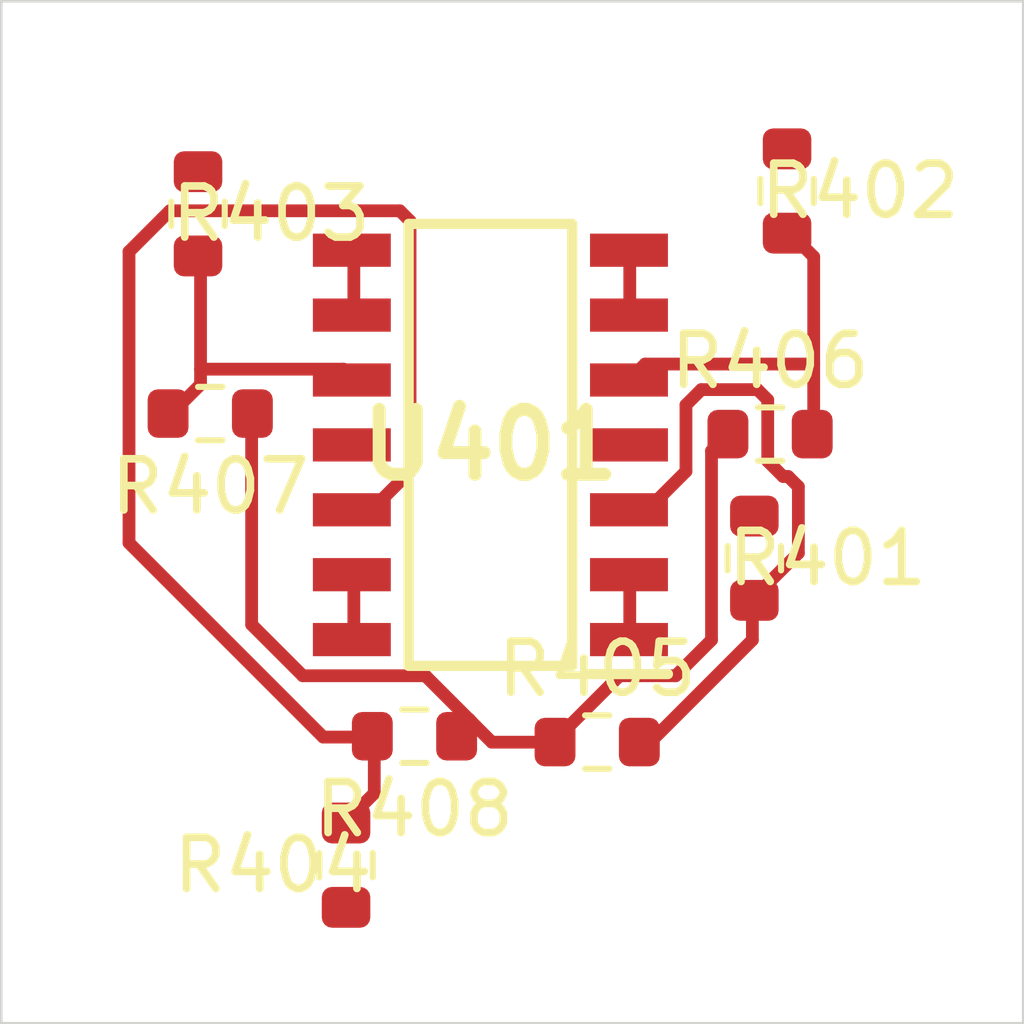
<source format=kicad_pcb>
 ( kicad_pcb  ( version 20171130 )
 ( host pcbnew 5.1.12-84ad8e8a86~92~ubuntu18.04.1 )
 ( general  ( thickness 1.6 )
 ( drawings 4 )
 ( tracks 0 )
 ( zones 0 )
 ( modules 9 )
 ( nets 14 )
)
 ( page A4 )
 ( layers  ( 0 F.Cu signal )
 ( 31 B.Cu signal )
 ( 32 B.Adhes user )
 ( 33 F.Adhes user )
 ( 34 B.Paste user )
 ( 35 F.Paste user )
 ( 36 B.SilkS user )
 ( 37 F.SilkS user )
 ( 38 B.Mask user )
 ( 39 F.Mask user )
 ( 40 Dwgs.User user )
 ( 41 Cmts.User user )
 ( 42 Eco1.User user )
 ( 43 Eco2.User user )
 ( 44 Edge.Cuts user )
 ( 45 Margin user )
 ( 46 B.CrtYd user )
 ( 47 F.CrtYd user )
 ( 48 B.Fab user )
 ( 49 F.Fab user )
)
 ( setup  ( last_trace_width 0.25 )
 ( trace_clearance 0.2 )
 ( zone_clearance 0.508 )
 ( zone_45_only no )
 ( trace_min 0.2 )
 ( via_size 0.8 )
 ( via_drill 0.4 )
 ( via_min_size 0.4 )
 ( via_min_drill 0.3 )
 ( uvia_size 0.3 )
 ( uvia_drill 0.1 )
 ( uvias_allowed no )
 ( uvia_min_size 0.2 )
 ( uvia_min_drill 0.1 )
 ( edge_width 0.05 )
 ( segment_width 0.2 )
 ( pcb_text_width 0.3 )
 ( pcb_text_size 1.5 1.5 )
 ( mod_edge_width 0.12 )
 ( mod_text_size 1 1 )
 ( mod_text_width 0.15 )
 ( pad_size 1.524 1.524 )
 ( pad_drill 0.762 )
 ( pad_to_mask_clearance 0 )
 ( aux_axis_origin 0 0 )
 ( visible_elements FFFFFF7F )
 ( pcbplotparams  ( layerselection 0x010fc_ffffffff )
 ( usegerberextensions false )
 ( usegerberattributes true )
 ( usegerberadvancedattributes true )
 ( creategerberjobfile true )
 ( excludeedgelayer true )
 ( linewidth 0.100000 )
 ( plotframeref false )
 ( viasonmask false )
 ( mode 1 )
 ( useauxorigin false )
 ( hpglpennumber 1 )
 ( hpglpenspeed 20 )
 ( hpglpendiameter 15.000000 )
 ( psnegative false )
 ( psa4output false )
 ( plotreference true )
 ( plotvalue true )
 ( plotinvisibletext false )
 ( padsonsilk false )
 ( subtractmaskfromsilk false )
 ( outputformat 1 )
 ( mirror false )
 ( drillshape 1 )
 ( scaleselection 1 )
 ( outputdirectory "" )
)
)
 ( net 0 "" )
 ( net 1 /Sheet6235D886/vp )
 ( net 2 /Sheet6248AD22/chn0 )
 ( net 3 /Sheet6248AD22/chn1 )
 ( net 4 /Sheet6248AD22/chn2 )
 ( net 5 /Sheet6248AD22/chn3 )
 ( net 6 "Net-(R401-Pad2)" )
 ( net 7 "Net-(R402-Pad2)" )
 ( net 8 "Net-(R403-Pad2)" )
 ( net 9 "Net-(R404-Pad2)" )
 ( net 10 /Sheet6248AD22/chn0_n )
 ( net 11 /Sheet6248AD22/chn1_n )
 ( net 12 /Sheet6248AD22/chn2_n )
 ( net 13 /Sheet6248AD22/chn3_n )
 ( net_class Default "This is the default net class."  ( clearance 0.2 )
 ( trace_width 0.25 )
 ( via_dia 0.8 )
 ( via_drill 0.4 )
 ( uvia_dia 0.3 )
 ( uvia_drill 0.1 )
 ( add_net /Sheet6235D886/vp )
 ( add_net /Sheet6248AD22/chn0 )
 ( add_net /Sheet6248AD22/chn0_n )
 ( add_net /Sheet6248AD22/chn1 )
 ( add_net /Sheet6248AD22/chn1_n )
 ( add_net /Sheet6248AD22/chn2 )
 ( add_net /Sheet6248AD22/chn2_n )
 ( add_net /Sheet6248AD22/chn3 )
 ( add_net /Sheet6248AD22/chn3_n )
 ( add_net "Net-(R401-Pad2)" )
 ( add_net "Net-(R402-Pad2)" )
 ( add_net "Net-(R403-Pad2)" )
 ( add_net "Net-(R404-Pad2)" )
)
 ( module Resistor_SMD:R_0603_1608Metric  ( layer F.Cu )
 ( tedit 5F68FEEE )
 ( tstamp 623425C8 )
 ( at 94.738324 110.899853 270.000000 )
 ( descr "Resistor SMD 0603 (1608 Metric), square (rectangular) end terminal, IPC_7351 nominal, (Body size source: IPC-SM-782 page 72, https://www.pcb-3d.com/wordpress/wp-content/uploads/ipc-sm-782a_amendment_1_and_2.pdf), generated with kicad-footprint-generator" )
 ( tags resistor )
 ( path /6248AD23/6249ADFD )
 ( attr smd )
 ( fp_text reference R401  ( at 0 -1.43 )
 ( layer F.SilkS )
 ( effects  ( font  ( size 1 1 )
 ( thickness 0.15 )
)
)
)
 ( fp_text value 10M  ( at 0 1.43 )
 ( layer F.Fab )
 ( effects  ( font  ( size 1 1 )
 ( thickness 0.15 )
)
)
)
 ( fp_line  ( start -0.8 0.4125 )
 ( end -0.8 -0.4125 )
 ( layer F.Fab )
 ( width 0.1 )
)
 ( fp_line  ( start -0.8 -0.4125 )
 ( end 0.8 -0.4125 )
 ( layer F.Fab )
 ( width 0.1 )
)
 ( fp_line  ( start 0.8 -0.4125 )
 ( end 0.8 0.4125 )
 ( layer F.Fab )
 ( width 0.1 )
)
 ( fp_line  ( start 0.8 0.4125 )
 ( end -0.8 0.4125 )
 ( layer F.Fab )
 ( width 0.1 )
)
 ( fp_line  ( start -0.237258 -0.5225 )
 ( end 0.237258 -0.5225 )
 ( layer F.SilkS )
 ( width 0.12 )
)
 ( fp_line  ( start -0.237258 0.5225 )
 ( end 0.237258 0.5225 )
 ( layer F.SilkS )
 ( width 0.12 )
)
 ( fp_line  ( start -1.48 0.73 )
 ( end -1.48 -0.73 )
 ( layer F.CrtYd )
 ( width 0.05 )
)
 ( fp_line  ( start -1.48 -0.73 )
 ( end 1.48 -0.73 )
 ( layer F.CrtYd )
 ( width 0.05 )
)
 ( fp_line  ( start 1.48 -0.73 )
 ( end 1.48 0.73 )
 ( layer F.CrtYd )
 ( width 0.05 )
)
 ( fp_line  ( start 1.48 0.73 )
 ( end -1.48 0.73 )
 ( layer F.CrtYd )
 ( width 0.05 )
)
 ( fp_text user %R  ( at 0 0 )
 ( layer F.Fab )
 ( effects  ( font  ( size 0.4 0.4 )
 ( thickness 0.06 )
)
)
)
 ( pad 2 smd roundrect  ( at 0.825 0 270.000000 )
 ( size 0.8 0.95 )
 ( layers F.Cu F.Mask F.Paste )
 ( roundrect_rratio 0.25 )
 ( net 6 "Net-(R401-Pad2)" )
)
 ( pad 1 smd roundrect  ( at -0.825 0 270.000000 )
 ( size 0.8 0.95 )
 ( layers F.Cu F.Mask F.Paste )
 ( roundrect_rratio 0.25 )
 ( net 10 /Sheet6248AD22/chn0_n )
)
 ( model ${KISYS3DMOD}/Resistor_SMD.3dshapes/R_0603_1608Metric.wrl  ( at  ( xyz 0 0 0 )
)
 ( scale  ( xyz 1 1 1 )
)
 ( rotate  ( xyz 0 0 0 )
)
)
)
 ( module Resistor_SMD:R_0603_1608Metric  ( layer F.Cu )
 ( tedit 5F68FEEE )
 ( tstamp 623425D9 )
 ( at 95.378464 103.713078 270.000000 )
 ( descr "Resistor SMD 0603 (1608 Metric), square (rectangular) end terminal, IPC_7351 nominal, (Body size source: IPC-SM-782 page 72, https://www.pcb-3d.com/wordpress/wp-content/uploads/ipc-sm-782a_amendment_1_and_2.pdf), generated with kicad-footprint-generator" )
 ( tags resistor )
 ( path /6248AD23/6249B75E )
 ( attr smd )
 ( fp_text reference R402  ( at 0 -1.43 )
 ( layer F.SilkS )
 ( effects  ( font  ( size 1 1 )
 ( thickness 0.15 )
)
)
)
 ( fp_text value 10M  ( at 0 1.43 )
 ( layer F.Fab )
 ( effects  ( font  ( size 1 1 )
 ( thickness 0.15 )
)
)
)
 ( fp_line  ( start 1.48 0.73 )
 ( end -1.48 0.73 )
 ( layer F.CrtYd )
 ( width 0.05 )
)
 ( fp_line  ( start 1.48 -0.73 )
 ( end 1.48 0.73 )
 ( layer F.CrtYd )
 ( width 0.05 )
)
 ( fp_line  ( start -1.48 -0.73 )
 ( end 1.48 -0.73 )
 ( layer F.CrtYd )
 ( width 0.05 )
)
 ( fp_line  ( start -1.48 0.73 )
 ( end -1.48 -0.73 )
 ( layer F.CrtYd )
 ( width 0.05 )
)
 ( fp_line  ( start -0.237258 0.5225 )
 ( end 0.237258 0.5225 )
 ( layer F.SilkS )
 ( width 0.12 )
)
 ( fp_line  ( start -0.237258 -0.5225 )
 ( end 0.237258 -0.5225 )
 ( layer F.SilkS )
 ( width 0.12 )
)
 ( fp_line  ( start 0.8 0.4125 )
 ( end -0.8 0.4125 )
 ( layer F.Fab )
 ( width 0.1 )
)
 ( fp_line  ( start 0.8 -0.4125 )
 ( end 0.8 0.4125 )
 ( layer F.Fab )
 ( width 0.1 )
)
 ( fp_line  ( start -0.8 -0.4125 )
 ( end 0.8 -0.4125 )
 ( layer F.Fab )
 ( width 0.1 )
)
 ( fp_line  ( start -0.8 0.4125 )
 ( end -0.8 -0.4125 )
 ( layer F.Fab )
 ( width 0.1 )
)
 ( fp_text user %R  ( at 0 0 )
 ( layer F.Fab )
 ( effects  ( font  ( size 0.4 0.4 )
 ( thickness 0.06 )
)
)
)
 ( pad 1 smd roundrect  ( at -0.825 0 270.000000 )
 ( size 0.8 0.95 )
 ( layers F.Cu F.Mask F.Paste )
 ( roundrect_rratio 0.25 )
 ( net 11 /Sheet6248AD22/chn1_n )
)
 ( pad 2 smd roundrect  ( at 0.825 0 270.000000 )
 ( size 0.8 0.95 )
 ( layers F.Cu F.Mask F.Paste )
 ( roundrect_rratio 0.25 )
 ( net 7 "Net-(R402-Pad2)" )
)
 ( model ${KISYS3DMOD}/Resistor_SMD.3dshapes/R_0603_1608Metric.wrl  ( at  ( xyz 0 0 0 )
)
 ( scale  ( xyz 1 1 1 )
)
 ( rotate  ( xyz 0 0 0 )
)
)
)
 ( module Resistor_SMD:R_0603_1608Metric  ( layer F.Cu )
 ( tedit 5F68FEEE )
 ( tstamp 623425EA )
 ( at 83.850791 104.159648 270.000000 )
 ( descr "Resistor SMD 0603 (1608 Metric), square (rectangular) end terminal, IPC_7351 nominal, (Body size source: IPC-SM-782 page 72, https://www.pcb-3d.com/wordpress/wp-content/uploads/ipc-sm-782a_amendment_1_and_2.pdf), generated with kicad-footprint-generator" )
 ( tags resistor )
 ( path /6248AD23/6249FB7A )
 ( attr smd )
 ( fp_text reference R403  ( at 0 -1.43 )
 ( layer F.SilkS )
 ( effects  ( font  ( size 1 1 )
 ( thickness 0.15 )
)
)
)
 ( fp_text value 10M  ( at 0 1.43 )
 ( layer F.Fab )
 ( effects  ( font  ( size 1 1 )
 ( thickness 0.15 )
)
)
)
 ( fp_line  ( start 1.48 0.73 )
 ( end -1.48 0.73 )
 ( layer F.CrtYd )
 ( width 0.05 )
)
 ( fp_line  ( start 1.48 -0.73 )
 ( end 1.48 0.73 )
 ( layer F.CrtYd )
 ( width 0.05 )
)
 ( fp_line  ( start -1.48 -0.73 )
 ( end 1.48 -0.73 )
 ( layer F.CrtYd )
 ( width 0.05 )
)
 ( fp_line  ( start -1.48 0.73 )
 ( end -1.48 -0.73 )
 ( layer F.CrtYd )
 ( width 0.05 )
)
 ( fp_line  ( start -0.237258 0.5225 )
 ( end 0.237258 0.5225 )
 ( layer F.SilkS )
 ( width 0.12 )
)
 ( fp_line  ( start -0.237258 -0.5225 )
 ( end 0.237258 -0.5225 )
 ( layer F.SilkS )
 ( width 0.12 )
)
 ( fp_line  ( start 0.8 0.4125 )
 ( end -0.8 0.4125 )
 ( layer F.Fab )
 ( width 0.1 )
)
 ( fp_line  ( start 0.8 -0.4125 )
 ( end 0.8 0.4125 )
 ( layer F.Fab )
 ( width 0.1 )
)
 ( fp_line  ( start -0.8 -0.4125 )
 ( end 0.8 -0.4125 )
 ( layer F.Fab )
 ( width 0.1 )
)
 ( fp_line  ( start -0.8 0.4125 )
 ( end -0.8 -0.4125 )
 ( layer F.Fab )
 ( width 0.1 )
)
 ( fp_text user %R  ( at 0 0 )
 ( layer F.Fab )
 ( effects  ( font  ( size 0.4 0.4 )
 ( thickness 0.06 )
)
)
)
 ( pad 1 smd roundrect  ( at -0.825 0 270.000000 )
 ( size 0.8 0.95 )
 ( layers F.Cu F.Mask F.Paste )
 ( roundrect_rratio 0.25 )
 ( net 12 /Sheet6248AD22/chn2_n )
)
 ( pad 2 smd roundrect  ( at 0.825 0 270.000000 )
 ( size 0.8 0.95 )
 ( layers F.Cu F.Mask F.Paste )
 ( roundrect_rratio 0.25 )
 ( net 8 "Net-(R403-Pad2)" )
)
 ( model ${KISYS3DMOD}/Resistor_SMD.3dshapes/R_0603_1608Metric.wrl  ( at  ( xyz 0 0 0 )
)
 ( scale  ( xyz 1 1 1 )
)
 ( rotate  ( xyz 0 0 0 )
)
)
)
 ( module Resistor_SMD:R_0603_1608Metric  ( layer F.Cu )
 ( tedit 5F68FEEE )
 ( tstamp 623425FB )
 ( at 86.747691 116.907215 90.000000 )
 ( descr "Resistor SMD 0603 (1608 Metric), square (rectangular) end terminal, IPC_7351 nominal, (Body size source: IPC-SM-782 page 72, https://www.pcb-3d.com/wordpress/wp-content/uploads/ipc-sm-782a_amendment_1_and_2.pdf), generated with kicad-footprint-generator" )
 ( tags resistor )
 ( path /6248AD23/6249FB74 )
 ( attr smd )
 ( fp_text reference R404  ( at 0 -1.43 )
 ( layer F.SilkS )
 ( effects  ( font  ( size 1 1 )
 ( thickness 0.15 )
)
)
)
 ( fp_text value 10M  ( at 0 1.43 )
 ( layer F.Fab )
 ( effects  ( font  ( size 1 1 )
 ( thickness 0.15 )
)
)
)
 ( fp_line  ( start -0.8 0.4125 )
 ( end -0.8 -0.4125 )
 ( layer F.Fab )
 ( width 0.1 )
)
 ( fp_line  ( start -0.8 -0.4125 )
 ( end 0.8 -0.4125 )
 ( layer F.Fab )
 ( width 0.1 )
)
 ( fp_line  ( start 0.8 -0.4125 )
 ( end 0.8 0.4125 )
 ( layer F.Fab )
 ( width 0.1 )
)
 ( fp_line  ( start 0.8 0.4125 )
 ( end -0.8 0.4125 )
 ( layer F.Fab )
 ( width 0.1 )
)
 ( fp_line  ( start -0.237258 -0.5225 )
 ( end 0.237258 -0.5225 )
 ( layer F.SilkS )
 ( width 0.12 )
)
 ( fp_line  ( start -0.237258 0.5225 )
 ( end 0.237258 0.5225 )
 ( layer F.SilkS )
 ( width 0.12 )
)
 ( fp_line  ( start -1.48 0.73 )
 ( end -1.48 -0.73 )
 ( layer F.CrtYd )
 ( width 0.05 )
)
 ( fp_line  ( start -1.48 -0.73 )
 ( end 1.48 -0.73 )
 ( layer F.CrtYd )
 ( width 0.05 )
)
 ( fp_line  ( start 1.48 -0.73 )
 ( end 1.48 0.73 )
 ( layer F.CrtYd )
 ( width 0.05 )
)
 ( fp_line  ( start 1.48 0.73 )
 ( end -1.48 0.73 )
 ( layer F.CrtYd )
 ( width 0.05 )
)
 ( fp_text user %R  ( at 0 0 )
 ( layer F.Fab )
 ( effects  ( font  ( size 0.4 0.4 )
 ( thickness 0.06 )
)
)
)
 ( pad 2 smd roundrect  ( at 0.825 0 90.000000 )
 ( size 0.8 0.95 )
 ( layers F.Cu F.Mask F.Paste )
 ( roundrect_rratio 0.25 )
 ( net 9 "Net-(R404-Pad2)" )
)
 ( pad 1 smd roundrect  ( at -0.825 0 90.000000 )
 ( size 0.8 0.95 )
 ( layers F.Cu F.Mask F.Paste )
 ( roundrect_rratio 0.25 )
 ( net 13 /Sheet6248AD22/chn3_n )
)
 ( model ${KISYS3DMOD}/Resistor_SMD.3dshapes/R_0603_1608Metric.wrl  ( at  ( xyz 0 0 0 )
)
 ( scale  ( xyz 1 1 1 )
)
 ( rotate  ( xyz 0 0 0 )
)
)
)
 ( module Resistor_SMD:R_0603_1608Metric  ( layer F.Cu )
 ( tedit 5F68FEEE )
 ( tstamp 6234260C )
 ( at 91.662535 114.498049 )
 ( descr "Resistor SMD 0603 (1608 Metric), square (rectangular) end terminal, IPC_7351 nominal, (Body size source: IPC-SM-782 page 72, https://www.pcb-3d.com/wordpress/wp-content/uploads/ipc-sm-782a_amendment_1_and_2.pdf), generated with kicad-footprint-generator" )
 ( tags resistor )
 ( path /6248AD23/62497F62 )
 ( attr smd )
 ( fp_text reference R405  ( at 0 -1.43 )
 ( layer F.SilkS )
 ( effects  ( font  ( size 1 1 )
 ( thickness 0.15 )
)
)
)
 ( fp_text value 750k  ( at 0 1.43 )
 ( layer F.Fab )
 ( effects  ( font  ( size 1 1 )
 ( thickness 0.15 )
)
)
)
 ( fp_line  ( start -0.8 0.4125 )
 ( end -0.8 -0.4125 )
 ( layer F.Fab )
 ( width 0.1 )
)
 ( fp_line  ( start -0.8 -0.4125 )
 ( end 0.8 -0.4125 )
 ( layer F.Fab )
 ( width 0.1 )
)
 ( fp_line  ( start 0.8 -0.4125 )
 ( end 0.8 0.4125 )
 ( layer F.Fab )
 ( width 0.1 )
)
 ( fp_line  ( start 0.8 0.4125 )
 ( end -0.8 0.4125 )
 ( layer F.Fab )
 ( width 0.1 )
)
 ( fp_line  ( start -0.237258 -0.5225 )
 ( end 0.237258 -0.5225 )
 ( layer F.SilkS )
 ( width 0.12 )
)
 ( fp_line  ( start -0.237258 0.5225 )
 ( end 0.237258 0.5225 )
 ( layer F.SilkS )
 ( width 0.12 )
)
 ( fp_line  ( start -1.48 0.73 )
 ( end -1.48 -0.73 )
 ( layer F.CrtYd )
 ( width 0.05 )
)
 ( fp_line  ( start -1.48 -0.73 )
 ( end 1.48 -0.73 )
 ( layer F.CrtYd )
 ( width 0.05 )
)
 ( fp_line  ( start 1.48 -0.73 )
 ( end 1.48 0.73 )
 ( layer F.CrtYd )
 ( width 0.05 )
)
 ( fp_line  ( start 1.48 0.73 )
 ( end -1.48 0.73 )
 ( layer F.CrtYd )
 ( width 0.05 )
)
 ( fp_text user %R  ( at 0 0 )
 ( layer F.Fab )
 ( effects  ( font  ( size 0.4 0.4 )
 ( thickness 0.06 )
)
)
)
 ( pad 2 smd roundrect  ( at 0.825 0 )
 ( size 0.8 0.95 )
 ( layers F.Cu F.Mask F.Paste )
 ( roundrect_rratio 0.25 )
 ( net 6 "Net-(R401-Pad2)" )
)
 ( pad 1 smd roundrect  ( at -0.825 0 )
 ( size 0.8 0.95 )
 ( layers F.Cu F.Mask F.Paste )
 ( roundrect_rratio 0.25 )
 ( net 1 /Sheet6235D886/vp )
)
 ( model ${KISYS3DMOD}/Resistor_SMD.3dshapes/R_0603_1608Metric.wrl  ( at  ( xyz 0 0 0 )
)
 ( scale  ( xyz 1 1 1 )
)
 ( rotate  ( xyz 0 0 0 )
)
)
)
 ( module Resistor_SMD:R_0603_1608Metric  ( layer F.Cu )
 ( tedit 5F68FEEE )
 ( tstamp 6234261D )
 ( at 95.046091 108.470991 )
 ( descr "Resistor SMD 0603 (1608 Metric), square (rectangular) end terminal, IPC_7351 nominal, (Body size source: IPC-SM-782 page 72, https://www.pcb-3d.com/wordpress/wp-content/uploads/ipc-sm-782a_amendment_1_and_2.pdf), generated with kicad-footprint-generator" )
 ( tags resistor )
 ( path /6248AD23/62499098 )
 ( attr smd )
 ( fp_text reference R406  ( at 0 -1.43 )
 ( layer F.SilkS )
 ( effects  ( font  ( size 1 1 )
 ( thickness 0.15 )
)
)
)
 ( fp_text value 750k  ( at 0 1.43 )
 ( layer F.Fab )
 ( effects  ( font  ( size 1 1 )
 ( thickness 0.15 )
)
)
)
 ( fp_line  ( start 1.48 0.73 )
 ( end -1.48 0.73 )
 ( layer F.CrtYd )
 ( width 0.05 )
)
 ( fp_line  ( start 1.48 -0.73 )
 ( end 1.48 0.73 )
 ( layer F.CrtYd )
 ( width 0.05 )
)
 ( fp_line  ( start -1.48 -0.73 )
 ( end 1.48 -0.73 )
 ( layer F.CrtYd )
 ( width 0.05 )
)
 ( fp_line  ( start -1.48 0.73 )
 ( end -1.48 -0.73 )
 ( layer F.CrtYd )
 ( width 0.05 )
)
 ( fp_line  ( start -0.237258 0.5225 )
 ( end 0.237258 0.5225 )
 ( layer F.SilkS )
 ( width 0.12 )
)
 ( fp_line  ( start -0.237258 -0.5225 )
 ( end 0.237258 -0.5225 )
 ( layer F.SilkS )
 ( width 0.12 )
)
 ( fp_line  ( start 0.8 0.4125 )
 ( end -0.8 0.4125 )
 ( layer F.Fab )
 ( width 0.1 )
)
 ( fp_line  ( start 0.8 -0.4125 )
 ( end 0.8 0.4125 )
 ( layer F.Fab )
 ( width 0.1 )
)
 ( fp_line  ( start -0.8 -0.4125 )
 ( end 0.8 -0.4125 )
 ( layer F.Fab )
 ( width 0.1 )
)
 ( fp_line  ( start -0.8 0.4125 )
 ( end -0.8 -0.4125 )
 ( layer F.Fab )
 ( width 0.1 )
)
 ( fp_text user %R  ( at 0 0 )
 ( layer F.Fab )
 ( effects  ( font  ( size 0.4 0.4 )
 ( thickness 0.06 )
)
)
)
 ( pad 1 smd roundrect  ( at -0.825 0 )
 ( size 0.8 0.95 )
 ( layers F.Cu F.Mask F.Paste )
 ( roundrect_rratio 0.25 )
 ( net 1 /Sheet6235D886/vp )
)
 ( pad 2 smd roundrect  ( at 0.825 0 )
 ( size 0.8 0.95 )
 ( layers F.Cu F.Mask F.Paste )
 ( roundrect_rratio 0.25 )
 ( net 7 "Net-(R402-Pad2)" )
)
 ( model ${KISYS3DMOD}/Resistor_SMD.3dshapes/R_0603_1608Metric.wrl  ( at  ( xyz 0 0 0 )
)
 ( scale  ( xyz 1 1 1 )
)
 ( rotate  ( xyz 0 0 0 )
)
)
)
 ( module Resistor_SMD:R_0603_1608Metric  ( layer F.Cu )
 ( tedit 5F68FEEE )
 ( tstamp 6234262E )
 ( at 84.089391 108.069075 180.000000 )
 ( descr "Resistor SMD 0603 (1608 Metric), square (rectangular) end terminal, IPC_7351 nominal, (Body size source: IPC-SM-782 page 72, https://www.pcb-3d.com/wordpress/wp-content/uploads/ipc-sm-782a_amendment_1_and_2.pdf), generated with kicad-footprint-generator" )
 ( tags resistor )
 ( path /6248AD23/624A0FFB )
 ( attr smd )
 ( fp_text reference R407  ( at 0 -1.43 )
 ( layer F.SilkS )
 ( effects  ( font  ( size 1 1 )
 ( thickness 0.15 )
)
)
)
 ( fp_text value 1.5M  ( at 0 1.43 )
 ( layer F.Fab )
 ( effects  ( font  ( size 1 1 )
 ( thickness 0.15 )
)
)
)
 ( fp_line  ( start 1.48 0.73 )
 ( end -1.48 0.73 )
 ( layer F.CrtYd )
 ( width 0.05 )
)
 ( fp_line  ( start 1.48 -0.73 )
 ( end 1.48 0.73 )
 ( layer F.CrtYd )
 ( width 0.05 )
)
 ( fp_line  ( start -1.48 -0.73 )
 ( end 1.48 -0.73 )
 ( layer F.CrtYd )
 ( width 0.05 )
)
 ( fp_line  ( start -1.48 0.73 )
 ( end -1.48 -0.73 )
 ( layer F.CrtYd )
 ( width 0.05 )
)
 ( fp_line  ( start -0.237258 0.5225 )
 ( end 0.237258 0.5225 )
 ( layer F.SilkS )
 ( width 0.12 )
)
 ( fp_line  ( start -0.237258 -0.5225 )
 ( end 0.237258 -0.5225 )
 ( layer F.SilkS )
 ( width 0.12 )
)
 ( fp_line  ( start 0.8 0.4125 )
 ( end -0.8 0.4125 )
 ( layer F.Fab )
 ( width 0.1 )
)
 ( fp_line  ( start 0.8 -0.4125 )
 ( end 0.8 0.4125 )
 ( layer F.Fab )
 ( width 0.1 )
)
 ( fp_line  ( start -0.8 -0.4125 )
 ( end 0.8 -0.4125 )
 ( layer F.Fab )
 ( width 0.1 )
)
 ( fp_line  ( start -0.8 0.4125 )
 ( end -0.8 -0.4125 )
 ( layer F.Fab )
 ( width 0.1 )
)
 ( fp_text user %R  ( at 0 0 )
 ( layer F.Fab )
 ( effects  ( font  ( size 0.4 0.4 )
 ( thickness 0.06 )
)
)
)
 ( pad 1 smd roundrect  ( at -0.825 0 180.000000 )
 ( size 0.8 0.95 )
 ( layers F.Cu F.Mask F.Paste )
 ( roundrect_rratio 0.25 )
 ( net 1 /Sheet6235D886/vp )
)
 ( pad 2 smd roundrect  ( at 0.825 0 180.000000 )
 ( size 0.8 0.95 )
 ( layers F.Cu F.Mask F.Paste )
 ( roundrect_rratio 0.25 )
 ( net 8 "Net-(R403-Pad2)" )
)
 ( model ${KISYS3DMOD}/Resistor_SMD.3dshapes/R_0603_1608Metric.wrl  ( at  ( xyz 0 0 0 )
)
 ( scale  ( xyz 1 1 1 )
)
 ( rotate  ( xyz 0 0 0 )
)
)
)
 ( module Resistor_SMD:R_0603_1608Metric  ( layer F.Cu )
 ( tedit 5F68FEEE )
 ( tstamp 6234263F )
 ( at 88.086469 114.383564 180.000000 )
 ( descr "Resistor SMD 0603 (1608 Metric), square (rectangular) end terminal, IPC_7351 nominal, (Body size source: IPC-SM-782 page 72, https://www.pcb-3d.com/wordpress/wp-content/uploads/ipc-sm-782a_amendment_1_and_2.pdf), generated with kicad-footprint-generator" )
 ( tags resistor )
 ( path /6248AD23/624A093C )
 ( attr smd )
 ( fp_text reference R408  ( at 0 -1.43 )
 ( layer F.SilkS )
 ( effects  ( font  ( size 1 1 )
 ( thickness 0.15 )
)
)
)
 ( fp_text value 1.5M  ( at 0 1.43 )
 ( layer F.Fab )
 ( effects  ( font  ( size 1 1 )
 ( thickness 0.15 )
)
)
)
 ( fp_line  ( start -0.8 0.4125 )
 ( end -0.8 -0.4125 )
 ( layer F.Fab )
 ( width 0.1 )
)
 ( fp_line  ( start -0.8 -0.4125 )
 ( end 0.8 -0.4125 )
 ( layer F.Fab )
 ( width 0.1 )
)
 ( fp_line  ( start 0.8 -0.4125 )
 ( end 0.8 0.4125 )
 ( layer F.Fab )
 ( width 0.1 )
)
 ( fp_line  ( start 0.8 0.4125 )
 ( end -0.8 0.4125 )
 ( layer F.Fab )
 ( width 0.1 )
)
 ( fp_line  ( start -0.237258 -0.5225 )
 ( end 0.237258 -0.5225 )
 ( layer F.SilkS )
 ( width 0.12 )
)
 ( fp_line  ( start -0.237258 0.5225 )
 ( end 0.237258 0.5225 )
 ( layer F.SilkS )
 ( width 0.12 )
)
 ( fp_line  ( start -1.48 0.73 )
 ( end -1.48 -0.73 )
 ( layer F.CrtYd )
 ( width 0.05 )
)
 ( fp_line  ( start -1.48 -0.73 )
 ( end 1.48 -0.73 )
 ( layer F.CrtYd )
 ( width 0.05 )
)
 ( fp_line  ( start 1.48 -0.73 )
 ( end 1.48 0.73 )
 ( layer F.CrtYd )
 ( width 0.05 )
)
 ( fp_line  ( start 1.48 0.73 )
 ( end -1.48 0.73 )
 ( layer F.CrtYd )
 ( width 0.05 )
)
 ( fp_text user %R  ( at 0 0 )
 ( layer F.Fab )
 ( effects  ( font  ( size 0.4 0.4 )
 ( thickness 0.06 )
)
)
)
 ( pad 2 smd roundrect  ( at 0.825 0 180.000000 )
 ( size 0.8 0.95 )
 ( layers F.Cu F.Mask F.Paste )
 ( roundrect_rratio 0.25 )
 ( net 9 "Net-(R404-Pad2)" )
)
 ( pad 1 smd roundrect  ( at -0.825 0 180.000000 )
 ( size 0.8 0.95 )
 ( layers F.Cu F.Mask F.Paste )
 ( roundrect_rratio 0.25 )
 ( net 1 /Sheet6235D886/vp )
)
 ( model ${KISYS3DMOD}/Resistor_SMD.3dshapes/R_0603_1608Metric.wrl  ( at  ( xyz 0 0 0 )
)
 ( scale  ( xyz 1 1 1 )
)
 ( rotate  ( xyz 0 0 0 )
)
)
)
 ( module TL074HIDR:SOIC127P600X175-14N locked  ( layer F.Cu )
 ( tedit 62336F37 )
 ( tstamp 62342709 )
 ( at 89.572900 108.682000 180.000000 )
 ( descr "D (-R-PDSO-G14)" )
 ( tags "Integrated Circuit" )
 ( path /6248AD23/624976B2 )
 ( attr smd )
 ( fp_text reference U401  ( at 0 0 )
 ( layer F.SilkS )
 ( effects  ( font  ( size 1.27 1.27 )
 ( thickness 0.254 )
)
)
)
 ( fp_text value TL074  ( at 0 0 )
 ( layer F.SilkS )
hide  ( effects  ( font  ( size 1.27 1.27 )
 ( thickness 0.254 )
)
)
)
 ( fp_line  ( start -3.725 -4.625 )
 ( end 3.725 -4.625 )
 ( layer Dwgs.User )
 ( width 0.05 )
)
 ( fp_line  ( start 3.725 -4.625 )
 ( end 3.725 4.625 )
 ( layer Dwgs.User )
 ( width 0.05 )
)
 ( fp_line  ( start 3.725 4.625 )
 ( end -3.725 4.625 )
 ( layer Dwgs.User )
 ( width 0.05 )
)
 ( fp_line  ( start -3.725 4.625 )
 ( end -3.725 -4.625 )
 ( layer Dwgs.User )
 ( width 0.05 )
)
 ( fp_line  ( start -1.95 -4.325 )
 ( end 1.95 -4.325 )
 ( layer Dwgs.User )
 ( width 0.1 )
)
 ( fp_line  ( start 1.95 -4.325 )
 ( end 1.95 4.325 )
 ( layer Dwgs.User )
 ( width 0.1 )
)
 ( fp_line  ( start 1.95 4.325 )
 ( end -1.95 4.325 )
 ( layer Dwgs.User )
 ( width 0.1 )
)
 ( fp_line  ( start -1.95 4.325 )
 ( end -1.95 -4.325 )
 ( layer Dwgs.User )
 ( width 0.1 )
)
 ( fp_line  ( start -1.95 -3.055 )
 ( end -0.68 -4.325 )
 ( layer Dwgs.User )
 ( width 0.1 )
)
 ( fp_line  ( start -1.6 -4.325 )
 ( end 1.6 -4.325 )
 ( layer F.SilkS )
 ( width 0.2 )
)
 ( fp_line  ( start 1.6 -4.325 )
 ( end 1.6 4.325 )
 ( layer F.SilkS )
 ( width 0.2 )
)
 ( fp_line  ( start 1.6 4.325 )
 ( end -1.6 4.325 )
 ( layer F.SilkS )
 ( width 0.2 )
)
 ( fp_line  ( start -1.6 4.325 )
 ( end -1.6 -4.325 )
 ( layer F.SilkS )
 ( width 0.2 )
)
 ( fp_line  ( start -3.475 -4.485 )
 ( end -1.95 -4.485 )
 ( layer F.SilkS )
 ( width 0.2 )
)
 ( pad 1 smd rect  ( at -2.712 -3.81 270.000000 )
 ( size 0.65 1.525 )
 ( layers F.Cu F.Mask F.Paste )
 ( net 2 /Sheet6248AD22/chn0 )
)
 ( pad 2 smd rect  ( at -2.712 -2.54 270.000000 )
 ( size 0.65 1.525 )
 ( layers F.Cu F.Mask F.Paste )
 ( net 2 /Sheet6248AD22/chn0 )
)
 ( pad 3 smd rect  ( at -2.712 -1.27 270.000000 )
 ( size 0.65 1.525 )
 ( layers F.Cu F.Mask F.Paste )
 ( net 6 "Net-(R401-Pad2)" )
)
 ( pad 4 smd rect  ( at -2.712 0 270.000000 )
 ( size 0.65 1.525 )
 ( layers F.Cu F.Mask F.Paste )
)
 ( pad 5 smd rect  ( at -2.712 1.27 270.000000 )
 ( size 0.65 1.525 )
 ( layers F.Cu F.Mask F.Paste )
 ( net 7 "Net-(R402-Pad2)" )
)
 ( pad 6 smd rect  ( at -2.712 2.54 270.000000 )
 ( size 0.65 1.525 )
 ( layers F.Cu F.Mask F.Paste )
 ( net 3 /Sheet6248AD22/chn1 )
)
 ( pad 7 smd rect  ( at -2.712 3.81 270.000000 )
 ( size 0.65 1.525 )
 ( layers F.Cu F.Mask F.Paste )
 ( net 3 /Sheet6248AD22/chn1 )
)
 ( pad 8 smd rect  ( at 2.712 3.81 270.000000 )
 ( size 0.65 1.525 )
 ( layers F.Cu F.Mask F.Paste )
 ( net 4 /Sheet6248AD22/chn2 )
)
 ( pad 9 smd rect  ( at 2.712 2.54 270.000000 )
 ( size 0.65 1.525 )
 ( layers F.Cu F.Mask F.Paste )
 ( net 4 /Sheet6248AD22/chn2 )
)
 ( pad 10 smd rect  ( at 2.712 1.27 270.000000 )
 ( size 0.65 1.525 )
 ( layers F.Cu F.Mask F.Paste )
 ( net 8 "Net-(R403-Pad2)" )
)
 ( pad 11 smd rect  ( at 2.712 0 270.000000 )
 ( size 0.65 1.525 )
 ( layers F.Cu F.Mask F.Paste )
)
 ( pad 12 smd rect  ( at 2.712 -1.27 270.000000 )
 ( size 0.65 1.525 )
 ( layers F.Cu F.Mask F.Paste )
 ( net 9 "Net-(R404-Pad2)" )
)
 ( pad 13 smd rect  ( at 2.712 -2.54 270.000000 )
 ( size 0.65 1.525 )
 ( layers F.Cu F.Mask F.Paste )
 ( net 5 /Sheet6248AD22/chn3 )
)
 ( pad 14 smd rect  ( at 2.712 -3.81 270.000000 )
 ( size 0.65 1.525 )
 ( layers F.Cu F.Mask F.Paste )
 ( net 5 /Sheet6248AD22/chn3 )
)
)
 ( gr_line  ( start 100 100 )
 ( end 100 120 )
 ( layer Edge.Cuts )
 ( width 0.05 )
 ( tstamp 62E76D2A )
)
 ( gr_line  ( start 80 120 )
 ( end 100 120 )
 ( layer Edge.Cuts )
 ( width 0.05 )
 ( tstamp 62E76D27 )
)
 ( gr_line  ( start 80 100 )
 ( end 80 120 )
 ( layer Edge.Cuts )
 ( width 0.05 )
 ( tstamp 6234110C )
)
 ( gr_line  ( start 80 100 )
 ( end 100 100 )
 ( layer Edge.Cuts )
 ( width 0.05 )
)
 ( segment  ( start 94.200001 108.500002 )
 ( end 93.900001 108.800002 )
 ( width 0.250000 )
 ( layer F.Cu )
 ( net 1 )
)
 ( segment  ( start 93.900001 108.800002 )
 ( end 93.900001 112.500002 )
 ( width 0.250000 )
 ( layer F.Cu )
 ( net 1 )
)
 ( segment  ( start 93.900001 112.500002 )
 ( end 93.200001 113.200002 )
 ( width 0.250000 )
 ( layer F.Cu )
 ( net 1 )
)
 ( segment  ( start 93.200001 113.200002 )
 ( end 92.100001 113.200002 )
 ( width 0.250000 )
 ( layer F.Cu )
 ( net 1 )
)
 ( segment  ( start 92.100001 113.200002 )
 ( end 90.800001 114.500002 )
 ( width 0.250000 )
 ( layer F.Cu )
 ( net 1 )
)
 ( segment  ( start 84.900001 108.100002 )
 ( end 84.900001 112.200002 )
 ( width 0.250000 )
 ( layer F.Cu )
 ( net 1 )
)
 ( segment  ( start 84.900001 112.200002 )
 ( end 85.900001 113.200002 )
 ( width 0.250000 )
 ( layer F.Cu )
 ( net 1 )
)
 ( segment  ( start 85.900001 113.200002 )
 ( end 88.300001 113.200002 )
 ( width 0.250000 )
 ( layer F.Cu )
 ( net 1 )
)
 ( segment  ( start 88.300001 113.200002 )
 ( end 89.600001 114.500002 )
 ( width 0.250000 )
 ( layer F.Cu )
 ( net 1 )
)
 ( segment  ( start 89.600001 114.500002 )
 ( end 90.800001 114.500002 )
 ( width 0.250000 )
 ( layer F.Cu )
 ( net 1 )
)
 ( segment  ( start 88.900001 114.400002 )
 ( end 89.200001 114.100002 )
 ( width 0.250000 )
 ( layer F.Cu )
 ( net 1 )
)
 ( segment  ( start 92.300001 111.200002 )
 ( end 92.300001 112.500002 )
 ( width 0.250000 )
 ( layer F.Cu )
 ( net 2 )
)
 ( segment  ( start 92.300001 104.900002 )
 ( end 92.300001 106.100002 )
 ( width 0.250000 )
 ( layer F.Cu )
 ( net 3 )
)
 ( segment  ( start 86.900001 106.100002 )
 ( end 86.900001 104.900002 )
 ( width 0.250000 )
 ( layer F.Cu )
 ( net 4 )
)
 ( segment  ( start 86.900001 112.500002 )
 ( end 86.900001 111.200002 )
 ( width 0.250000 )
 ( layer F.Cu )
 ( net 5 )
)
 ( segment  ( start 92.500001 114.500002 )
 ( end 92.700001 114.500002 )
 ( width 0.250000 )
 ( layer F.Cu )
 ( net 6 )
)
 ( segment  ( start 92.700001 114.500002 )
 ( end 94.700001 112.500002 )
 ( width 0.250000 )
 ( layer F.Cu )
 ( net 6 )
)
 ( segment  ( start 94.700001 112.500002 )
 ( end 94.700001 111.700002 )
 ( width 0.250000 )
 ( layer F.Cu )
 ( net 6 )
)
 ( segment  ( start 92.300001 110.000002 )
 ( end 92.600001 110.000002 )
 ( width 0.250000 )
 ( layer F.Cu )
 ( net 6 )
)
 ( segment  ( start 92.600001 110.000002 )
 ( end 93.400001 109.200002 )
 ( width 0.250000 )
 ( layer F.Cu )
 ( net 6 )
)
 ( segment  ( start 93.400001 109.200002 )
 ( end 93.400001 107.900002 )
 ( width 0.250000 )
 ( layer F.Cu )
 ( net 6 )
)
 ( segment  ( start 93.400001 107.900002 )
 ( end 93.700001 107.600002 )
 ( width 0.250000 )
 ( layer F.Cu )
 ( net 6 )
)
 ( segment  ( start 93.700001 107.600002 )
 ( end 94.800001 107.600002 )
 ( width 0.250000 )
 ( layer F.Cu )
 ( net 6 )
)
 ( segment  ( start 94.800001 107.600002 )
 ( end 95.000001 107.800002 )
 ( width 0.250000 )
 ( layer F.Cu )
 ( net 6 )
)
 ( segment  ( start 95.000001 107.800002 )
 ( end 95.000001 109.000002 )
 ( width 0.250000 )
 ( layer F.Cu )
 ( net 6 )
)
 ( segment  ( start 95.000001 109.000002 )
 ( end 95.300001 109.300002 )
 ( width 0.250000 )
 ( layer F.Cu )
 ( net 6 )
)
 ( segment  ( start 95.300001 109.300002 )
 ( end 95.400001 109.300002 )
 ( width 0.250000 )
 ( layer F.Cu )
 ( net 6 )
)
 ( segment  ( start 95.400001 109.300002 )
 ( end 95.600001 109.500002 )
 ( width 0.250000 )
 ( layer F.Cu )
 ( net 6 )
)
 ( segment  ( start 95.600001 109.500002 )
 ( end 95.600001 110.800002 )
 ( width 0.250000 )
 ( layer F.Cu )
 ( net 6 )
)
 ( segment  ( start 95.600001 110.800002 )
 ( end 94.700001 111.700002 )
 ( width 0.250000 )
 ( layer F.Cu )
 ( net 6 )
)
 ( segment  ( start 95.900001 108.500002 )
 ( end 95.900001 105.000002 )
 ( width 0.250000 )
 ( layer F.Cu )
 ( net 7 )
)
 ( segment  ( start 95.900001 105.000002 )
 ( end 95.400001 104.500002 )
 ( width 0.250000 )
 ( layer F.Cu )
 ( net 7 )
)
 ( segment  ( start 92.300001 107.400002 )
 ( end 92.600001 107.100002 )
 ( width 0.250000 )
 ( layer F.Cu )
 ( net 7 )
)
 ( segment  ( start 92.600001 107.100002 )
 ( end 95.900001 107.100002 )
 ( width 0.250000 )
 ( layer F.Cu )
 ( net 7 )
)
 ( segment  ( start 83.300001 108.100002 )
 ( end 83.900001 107.500002 )
 ( width 0.250000 )
 ( layer F.Cu )
 ( net 8 )
)
 ( segment  ( start 83.900001 107.500002 )
 ( end 83.900001 105.000002 )
 ( width 0.250000 )
 ( layer F.Cu )
 ( net 8 )
)
 ( segment  ( start 86.900001 107.400002 )
 ( end 86.700001 107.200002 )
 ( width 0.250000 )
 ( layer F.Cu )
 ( net 8 )
)
 ( segment  ( start 86.700001 107.200002 )
 ( end 83.900001 107.200002 )
 ( width 0.250000 )
 ( layer F.Cu )
 ( net 8 )
)
 ( segment  ( start 87.300001 114.400002 )
 ( end 87.300001 115.500002 )
 ( width 0.250000 )
 ( layer F.Cu )
 ( net 9 )
)
 ( segment  ( start 87.300001 115.500002 )
 ( end 86.700001 116.100002 )
 ( width 0.250000 )
 ( layer F.Cu )
 ( net 9 )
)
 ( segment  ( start 86.900001 110.000002 )
 ( end 87.200001 110.000002 )
 ( width 0.250000 )
 ( layer F.Cu )
 ( net 9 )
)
 ( segment  ( start 87.200001 110.000002 )
 ( end 88.000001 109.200002 )
 ( width 0.250000 )
 ( layer F.Cu )
 ( net 9 )
)
 ( segment  ( start 88.000001 109.200002 )
 ( end 88.000001 104.300002 )
 ( width 0.250000 )
 ( layer F.Cu )
 ( net 9 )
)
 ( segment  ( start 88.000001 104.300002 )
 ( end 87.800001 104.100002 )
 ( width 0.250000 )
 ( layer F.Cu )
 ( net 9 )
)
 ( segment  ( start 87.800001 104.100002 )
 ( end 83.300001 104.100002 )
 ( width 0.250000 )
 ( layer F.Cu )
 ( net 9 )
)
 ( segment  ( start 83.300001 104.100002 )
 ( end 82.500001 104.900002 )
 ( width 0.250000 )
 ( layer F.Cu )
 ( net 9 )
)
 ( segment  ( start 82.500001 104.900002 )
 ( end 82.500001 110.600002 )
 ( width 0.250000 )
 ( layer F.Cu )
 ( net 9 )
)
 ( segment  ( start 82.500001 110.600002 )
 ( end 86.300001 114.400002 )
 ( width 0.250000 )
 ( layer F.Cu )
 ( net 9 )
)
 ( segment  ( start 86.300001 114.400002 )
 ( end 87.300001 114.400002 )
 ( width 0.250000 )
 ( layer F.Cu )
 ( net 9 )
)
)

</source>
